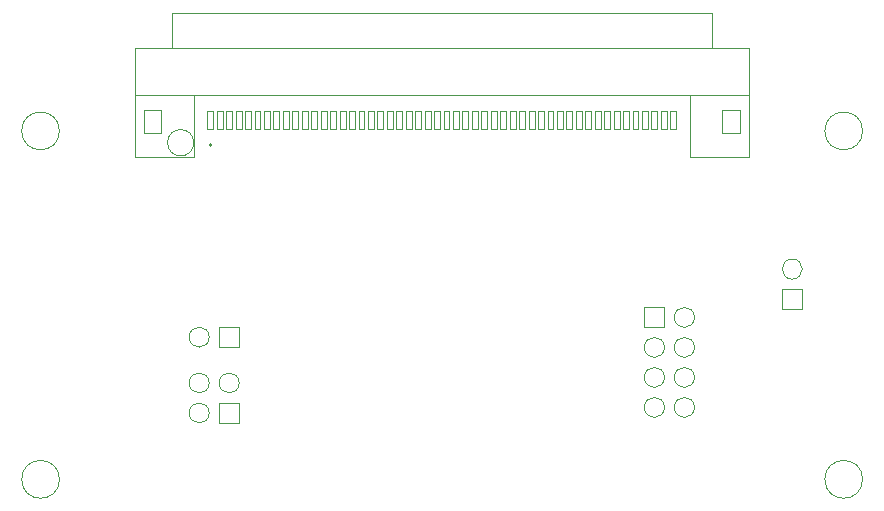
<source format=gbr>
%TF.GenerationSoftware,KiCad,Pcbnew,(7.0.0)*%
%TF.CreationDate,2023-08-31T15:59:47+04:00*%
%TF.ProjectId,RD53B_Quad_ZIF_to_ERF8_Data_Adapter,52443533-425f-4517-9561-645f5a49465f,V0*%
%TF.SameCoordinates,Original*%
%TF.FileFunction,AssemblyDrawing,Bot*%
%FSLAX46Y46*%
G04 Gerber Fmt 4.6, Leading zero omitted, Abs format (unit mm)*
G04 Created by KiCad (PCBNEW (7.0.0)) date 2023-08-31 15:59:47*
%MOMM*%
%LPD*%
G01*
G04 APERTURE LIST*
%ADD10C,0.100000*%
%ADD11C,0.200000*%
G04 APERTURE END LIST*
D10*
%TO.C,J5*%
X126420500Y-80010000D02*
X129560500Y-80010000D01*
X126420500Y-84010000D02*
X126420500Y-80010000D01*
X126420500Y-84010000D02*
X131420500Y-84010000D01*
X126420500Y-89210000D02*
X126420500Y-84010000D01*
X126420500Y-89210000D02*
X131420500Y-89210000D01*
X129560500Y-77010000D02*
X175280500Y-77010000D01*
X129560500Y-80010000D02*
X129560500Y-77010000D01*
X129560500Y-80010000D02*
X175280500Y-80010000D01*
X131420500Y-84010000D02*
X173420500Y-84010000D01*
X131420500Y-89210000D02*
X131420500Y-84010000D01*
X173420500Y-84010000D02*
X173420500Y-89210000D01*
X173420500Y-84010000D02*
X178420500Y-84010000D01*
X173420500Y-89210000D02*
X178420500Y-89210000D01*
X175280500Y-77010000D02*
X175280500Y-80010000D01*
X175280500Y-80010000D02*
X178420500Y-80010000D01*
X178420500Y-80010000D02*
X178420500Y-84010000D01*
X178420500Y-84010000D02*
X178420500Y-89210000D01*
D11*
X132920500Y-88210000D02*
G75*
G03*
X132920500Y-88210000I-100000J0D01*
G01*
%TD*%
D10*
%TO.C,J2*%
X133570500Y-103622000D02*
X133570500Y-105322000D01*
X135270500Y-105322000D01*
X135270500Y-103622000D01*
X133570500Y-103622000D01*
X132730500Y-104472000D02*
X132730500Y-104472000D01*
X132730500Y-104472000D02*
G75*
G03*
X131030500Y-104472000I-850000J0D01*
G01*
X131030500Y-104472000D02*
X131030500Y-104472000D01*
X131030500Y-104472000D02*
G75*
G03*
X132730500Y-104472000I850000J0D01*
G01*
%TD*%
%TO.C,J5*%
X131420500Y-88010000D02*
G75*
G03*
X131420500Y-88010000I-1110000J0D01*
G01*
X132570500Y-85330000D02*
X132570500Y-86810000D01*
X133070500Y-86810000D01*
X133070500Y-85330000D01*
X132570500Y-85330000D01*
X133370500Y-85330000D02*
X133370500Y-86810000D01*
X133870500Y-86810000D01*
X133870500Y-85330000D01*
X133370500Y-85330000D01*
X134170500Y-85330000D02*
X134170500Y-86810000D01*
X134670500Y-86810000D01*
X134670500Y-85330000D01*
X134170500Y-85330000D01*
X134970500Y-85330000D02*
X134970500Y-86810000D01*
X135470500Y-86810000D01*
X135470500Y-85330000D01*
X134970500Y-85330000D01*
X135770500Y-85330000D02*
X135770500Y-86810000D01*
X136270500Y-86810000D01*
X136270500Y-85330000D01*
X135770500Y-85330000D01*
X136570500Y-85330000D02*
X136570500Y-86810000D01*
X137070500Y-86810000D01*
X137070500Y-85330000D01*
X136570500Y-85330000D01*
X137370500Y-85330000D02*
X137370500Y-86810000D01*
X137870500Y-86810000D01*
X137870500Y-85330000D01*
X137370500Y-85330000D01*
X138170500Y-85330000D02*
X138170500Y-86810000D01*
X138670500Y-86810000D01*
X138670500Y-85330000D01*
X138170500Y-85330000D01*
X138970500Y-85330000D02*
X138970500Y-86810000D01*
X139470500Y-86810000D01*
X139470500Y-85330000D01*
X138970500Y-85330000D01*
X139770500Y-85330000D02*
X139770500Y-86810000D01*
X140270500Y-86810000D01*
X140270500Y-85330000D01*
X139770500Y-85330000D01*
X140570500Y-85330000D02*
X140570500Y-86810000D01*
X141070500Y-86810000D01*
X141070500Y-85330000D01*
X140570500Y-85330000D01*
X141370500Y-85330000D02*
X141370500Y-86810000D01*
X141870500Y-86810000D01*
X141870500Y-85330000D01*
X141370500Y-85330000D01*
X142170500Y-85330000D02*
X142170500Y-86810000D01*
X142670500Y-86810000D01*
X142670500Y-85330000D01*
X142170500Y-85330000D01*
X142970500Y-85330000D02*
X142970500Y-86810000D01*
X143470500Y-86810000D01*
X143470500Y-85330000D01*
X142970500Y-85330000D01*
X143770500Y-85330000D02*
X143770500Y-86810000D01*
X144270500Y-86810000D01*
X144270500Y-85330000D01*
X143770500Y-85330000D01*
X144570500Y-85330000D02*
X144570500Y-86810000D01*
X145070500Y-86810000D01*
X145070500Y-85330000D01*
X144570500Y-85330000D01*
X145370500Y-85330000D02*
X145370500Y-86810000D01*
X145870500Y-86810000D01*
X145870500Y-85330000D01*
X145370500Y-85330000D01*
X146170500Y-85330000D02*
X146170500Y-86810000D01*
X146670500Y-86810000D01*
X146670500Y-85330000D01*
X146170500Y-85330000D01*
X146970500Y-85330000D02*
X146970500Y-86810000D01*
X147470500Y-86810000D01*
X147470500Y-85330000D01*
X146970500Y-85330000D01*
X147770500Y-85330000D02*
X147770500Y-86810000D01*
X148270500Y-86810000D01*
X148270500Y-85330000D01*
X147770500Y-85330000D01*
X148570500Y-85330000D02*
X148570500Y-86810000D01*
X149070500Y-86810000D01*
X149070500Y-85330000D01*
X148570500Y-85330000D01*
X149370500Y-85330000D02*
X149370500Y-86810000D01*
X149870500Y-86810000D01*
X149870500Y-85330000D01*
X149370500Y-85330000D01*
X150170500Y-85330000D02*
X150170500Y-86810000D01*
X150670500Y-86810000D01*
X150670500Y-85330000D01*
X150170500Y-85330000D01*
X150970500Y-85330000D02*
X150970500Y-86810000D01*
X151470500Y-86810000D01*
X151470500Y-85330000D01*
X150970500Y-85330000D01*
X151770500Y-85330000D02*
X151770500Y-86810000D01*
X152270500Y-86810000D01*
X152270500Y-85330000D01*
X151770500Y-85330000D01*
X152570500Y-85330000D02*
X152570500Y-86810000D01*
X153070500Y-86810000D01*
X153070500Y-85330000D01*
X152570500Y-85330000D01*
X153370500Y-85330000D02*
X153370500Y-86810000D01*
X153870500Y-86810000D01*
X153870500Y-85330000D01*
X153370500Y-85330000D01*
X154170500Y-85330000D02*
X154170500Y-86810000D01*
X154670500Y-86810000D01*
X154670500Y-85330000D01*
X154170500Y-85330000D01*
X154970500Y-85330000D02*
X154970500Y-86810000D01*
X155470500Y-86810000D01*
X155470500Y-85330000D01*
X154970500Y-85330000D01*
X155770500Y-85330000D02*
X155770500Y-86810000D01*
X156270500Y-86810000D01*
X156270500Y-85330000D01*
X155770500Y-85330000D01*
X156570500Y-85330000D02*
X156570500Y-86810000D01*
X157070500Y-86810000D01*
X157070500Y-85330000D01*
X156570500Y-85330000D01*
X157370500Y-85330000D02*
X157370500Y-86810000D01*
X157870500Y-86810000D01*
X157870500Y-85330000D01*
X157370500Y-85330000D01*
X158170500Y-85330000D02*
X158170500Y-86810000D01*
X158670500Y-86810000D01*
X158670500Y-85330000D01*
X158170500Y-85330000D01*
X158970500Y-85330000D02*
X158970500Y-86810000D01*
X159470500Y-86810000D01*
X159470500Y-85330000D01*
X158970500Y-85330000D01*
X159770500Y-85330000D02*
X159770500Y-86810000D01*
X160270500Y-86810000D01*
X160270500Y-85330000D01*
X159770500Y-85330000D01*
X160570500Y-85330000D02*
X160570500Y-86810000D01*
X161070500Y-86810000D01*
X161070500Y-85330000D01*
X160570500Y-85330000D01*
X161370500Y-85330000D02*
X161370500Y-86810000D01*
X161870500Y-86810000D01*
X161870500Y-85330000D01*
X161370500Y-85330000D01*
X162170500Y-85330000D02*
X162170500Y-86810000D01*
X162670500Y-86810000D01*
X162670500Y-85330000D01*
X162170500Y-85330000D01*
X162970500Y-85330000D02*
X162970500Y-86810000D01*
X163470500Y-86810000D01*
X163470500Y-85330000D01*
X162970500Y-85330000D01*
X163770500Y-85330000D02*
X163770500Y-86810000D01*
X164270500Y-86810000D01*
X164270500Y-85330000D01*
X163770500Y-85330000D01*
X164570500Y-85330000D02*
X164570500Y-86810000D01*
X165070500Y-86810000D01*
X165070500Y-85330000D01*
X164570500Y-85330000D01*
X165370500Y-85330000D02*
X165370500Y-86810000D01*
X165870500Y-86810000D01*
X165870500Y-85330000D01*
X165370500Y-85330000D01*
X166170500Y-85330000D02*
X166170500Y-86810000D01*
X166670500Y-86810000D01*
X166670500Y-85330000D01*
X166170500Y-85330000D01*
X166970500Y-85330000D02*
X166970500Y-86810000D01*
X167470500Y-86810000D01*
X167470500Y-85330000D01*
X166970500Y-85330000D01*
X167770500Y-85330000D02*
X167770500Y-86810000D01*
X168270500Y-86810000D01*
X168270500Y-85330000D01*
X167770500Y-85330000D01*
X168570500Y-85330000D02*
X168570500Y-86810000D01*
X169070500Y-86810000D01*
X169070500Y-85330000D01*
X168570500Y-85330000D01*
X169370500Y-85330000D02*
X169370500Y-86810000D01*
X169870500Y-86810000D01*
X169870500Y-85330000D01*
X169370500Y-85330000D01*
X170170500Y-85330000D02*
X170170500Y-86810000D01*
X170670500Y-86810000D01*
X170670500Y-85330000D01*
X170170500Y-85330000D01*
X170970500Y-85330000D02*
X170970500Y-86810000D01*
X171470500Y-86810000D01*
X171470500Y-85330000D01*
X170970500Y-85330000D01*
X171770500Y-85330000D02*
X171770500Y-86810000D01*
X172270500Y-86810000D01*
X172270500Y-85330000D01*
X171770500Y-85330000D01*
X127170500Y-85210000D02*
X127170500Y-87210000D01*
X128670500Y-87210000D01*
X128670500Y-85210000D01*
X127170500Y-85210000D01*
X176170500Y-85210000D02*
X176170500Y-87210000D01*
X177670500Y-87210000D01*
X177670500Y-85210000D01*
X176170500Y-85210000D01*
%TD*%
%TO.C,*%
X120048000Y-116510000D02*
G75*
G03*
X120048000Y-116510000I-1600000J0D01*
G01*
%TD*%
%TO.C,*%
X188048000Y-87010000D02*
G75*
G03*
X188048000Y-87010000I-1600000J0D01*
G01*
%TD*%
%TO.C,J4*%
X169570500Y-101950000D02*
X169570500Y-103650000D01*
X171270500Y-103650000D01*
X171270500Y-101950000D01*
X169570500Y-101950000D01*
X172110500Y-102800000D02*
X172110500Y-102800000D01*
X172110500Y-102800000D02*
G75*
G03*
X173810500Y-102800000I850000J0D01*
G01*
X173810500Y-102800000D02*
X173810500Y-102800000D01*
X173810500Y-102800000D02*
G75*
G03*
X172110500Y-102800000I-850000J0D01*
G01*
X169570500Y-105340000D02*
X169570500Y-105340000D01*
X169570500Y-105340000D02*
G75*
G03*
X171270500Y-105340000I850000J0D01*
G01*
X171270500Y-105340000D02*
X171270500Y-105340000D01*
X171270500Y-105340000D02*
G75*
G03*
X169570500Y-105340000I-850000J0D01*
G01*
X172110500Y-105340000D02*
X172110500Y-105340000D01*
X172110500Y-105340000D02*
G75*
G03*
X173810500Y-105340000I850000J0D01*
G01*
X173810500Y-105340000D02*
X173810500Y-105340000D01*
X173810500Y-105340000D02*
G75*
G03*
X172110500Y-105340000I-850000J0D01*
G01*
X169570500Y-107880000D02*
X169570500Y-107880000D01*
X169570500Y-107880000D02*
G75*
G03*
X171270500Y-107880000I850000J0D01*
G01*
X171270500Y-107880000D02*
X171270500Y-107880000D01*
X171270500Y-107880000D02*
G75*
G03*
X169570500Y-107880000I-850000J0D01*
G01*
X172110500Y-107880000D02*
X172110500Y-107880000D01*
X172110500Y-107880000D02*
G75*
G03*
X173810500Y-107880000I850000J0D01*
G01*
X173810500Y-107880000D02*
X173810500Y-107880000D01*
X173810500Y-107880000D02*
G75*
G03*
X172110500Y-107880000I-850000J0D01*
G01*
X169570500Y-110420000D02*
X169570500Y-110420000D01*
X169570500Y-110420000D02*
G75*
G03*
X171270500Y-110420000I850000J0D01*
G01*
X171270500Y-110420000D02*
X171270500Y-110420000D01*
X171270500Y-110420000D02*
G75*
G03*
X169570500Y-110420000I-850000J0D01*
G01*
X172110500Y-110420000D02*
X172110500Y-110420000D01*
X172110500Y-110420000D02*
G75*
G03*
X173810500Y-110420000I850000J0D01*
G01*
X173810500Y-110420000D02*
X173810500Y-110420000D01*
X173810500Y-110420000D02*
G75*
G03*
X172110500Y-110420000I-850000J0D01*
G01*
%TD*%
%TO.C,J3*%
X133570500Y-110037000D02*
X133570500Y-111737000D01*
X135270500Y-111737000D01*
X135270500Y-110037000D01*
X133570500Y-110037000D01*
X132730500Y-110887000D02*
X132730500Y-110887000D01*
X132730500Y-110887000D02*
G75*
G03*
X131030500Y-110887000I-850000J0D01*
G01*
X131030500Y-110887000D02*
X131030500Y-110887000D01*
X131030500Y-110887000D02*
G75*
G03*
X132730500Y-110887000I850000J0D01*
G01*
X135270500Y-108347000D02*
X135270500Y-108347000D01*
X135270500Y-108347000D02*
G75*
G03*
X133570500Y-108347000I-850000J0D01*
G01*
X133570500Y-108347000D02*
X133570500Y-108347000D01*
X133570500Y-108347000D02*
G75*
G03*
X135270500Y-108347000I850000J0D01*
G01*
X132730500Y-108347000D02*
X132730500Y-108347000D01*
X132730500Y-108347000D02*
G75*
G03*
X131030500Y-108347000I-850000J0D01*
G01*
X131030500Y-108347000D02*
X131030500Y-108347000D01*
X131030500Y-108347000D02*
G75*
G03*
X132730500Y-108347000I850000J0D01*
G01*
%TD*%
%TO.C,*%
X120048000Y-87010000D02*
G75*
G03*
X120048000Y-87010000I-1600000J0D01*
G01*
%TD*%
%TO.C,J6*%
X181237000Y-100400000D02*
X181237000Y-102100000D01*
X182937000Y-102100000D01*
X182937000Y-100400000D01*
X181237000Y-100400000D01*
X182087000Y-99560000D02*
X182087000Y-99560000D01*
X182087000Y-99560000D02*
G75*
G03*
X182087000Y-97860000I0J850000D01*
G01*
X182087000Y-97860000D02*
X182087000Y-97860000D01*
X182087000Y-97860000D02*
G75*
G03*
X182087000Y-99560000I0J-850000D01*
G01*
%TD*%
%TO.C,*%
X188048000Y-116510000D02*
G75*
G03*
X188048000Y-116510000I-1600000J0D01*
G01*
%TD*%
M02*

</source>
